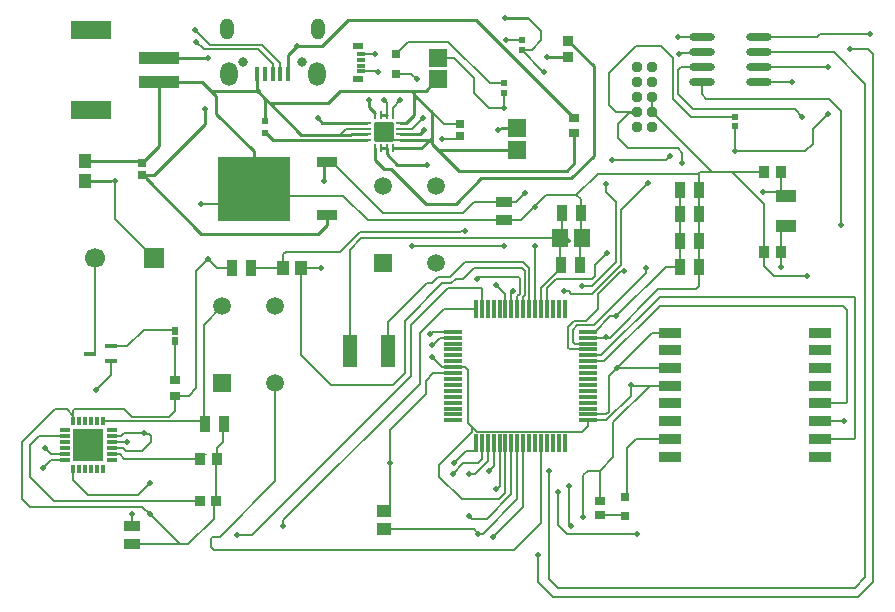
<source format=gtl>
G04*
G04 #@! TF.GenerationSoftware,Altium Limited,Altium Designer,21.1.1 (26)*
G04*
G04 Layer_Physical_Order=1*
G04 Layer_Color=255*
%FSLAX25Y25*%
%MOIN*%
G70*
G04*
G04 #@! TF.SameCoordinates,BDA2E955-75C2-487D-9455-DF565B8534AD*
G04*
G04*
G04 #@! TF.FilePolarity,Positive*
G04*
G01*
G75*
%ADD13C,0.00600*%
%ADD15C,0.01000*%
%ADD17R,0.03347X0.03740*%
%ADD18R,0.03740X0.05315*%
%ADD19R,0.03740X0.04134*%
%ADD20R,0.01378X0.03150*%
%ADD21R,0.03347X0.01378*%
%ADD22R,0.10236X0.10630*%
%ADD23R,0.02362X0.01968*%
%ADD24R,0.07087X0.03937*%
%ADD25R,0.05315X0.03740*%
%ADD26R,0.04921X0.03937*%
%ADD27O,0.08661X0.02362*%
%ADD28R,0.04473X0.01775*%
%ADD29R,0.02362X0.02559*%
%ADD30R,0.03740X0.02756*%
%ADD31R,0.03150X0.03150*%
%ADD32R,0.03197X0.02985*%
%ADD33R,0.05512X0.05906*%
%ADD34R,0.07677X0.03740*%
%ADD35R,0.05906X0.01181*%
%ADD36R,0.01181X0.05906*%
%ADD37R,0.02648X0.02816*%
%ADD38R,0.01772X0.05118*%
%ADD39R,0.02913X0.03071*%
%ADD40R,0.06102X0.05906*%
%ADD41R,0.03150X0.01181*%
%ADD42R,0.03543X0.02362*%
G04:AMPARAMS|DCode=43|XSize=9.84mil|YSize=23.62mil|CornerRadius=1.97mil|HoleSize=0mil|Usage=FLASHONLY|Rotation=180.000|XOffset=0mil|YOffset=0mil|HoleType=Round|Shape=RoundedRectangle|*
%AMROUNDEDRECTD43*
21,1,0.00984,0.01968,0,0,180.0*
21,1,0.00591,0.02362,0,0,180.0*
1,1,0.00394,-0.00295,0.00984*
1,1,0.00394,0.00295,0.00984*
1,1,0.00394,0.00295,-0.00984*
1,1,0.00394,-0.00295,-0.00984*
%
%ADD43ROUNDEDRECTD43*%
G04:AMPARAMS|DCode=44|XSize=9.84mil|YSize=23.62mil|CornerRadius=1.97mil|HoleSize=0mil|Usage=FLASHONLY|Rotation=90.000|XOffset=0mil|YOffset=0mil|HoleType=Round|Shape=RoundedRectangle|*
%AMROUNDEDRECTD44*
21,1,0.00984,0.01968,0,0,90.0*
21,1,0.00591,0.02362,0,0,90.0*
1,1,0.00394,0.00984,0.00295*
1,1,0.00394,0.00984,-0.00295*
1,1,0.00394,-0.00984,-0.00295*
1,1,0.00394,-0.00984,0.00295*
%
%ADD44ROUNDEDRECTD44*%
%ADD45R,0.03788X0.03681*%
%ADD46R,0.02165X0.02362*%
%ADD47R,0.03985X0.04560*%
%ADD48R,0.01860X0.02029*%
%ADD49R,0.13386X0.05906*%
%ADD50R,0.13780X0.03937*%
%ADD51R,0.07087X0.03543*%
%ADD52R,0.24410X0.21457*%
%ADD53R,0.04528X0.10630*%
%ADD54R,0.03937X0.04921*%
%ADD81C,0.06693*%
%ADD82R,0.06693X0.06693*%
G04:AMPARAMS|DCode=90|XSize=66.93mil|YSize=66.93mil|CornerRadius=2.01mil|HoleSize=0mil|Usage=FLASHONLY|Rotation=90.000|XOffset=0mil|YOffset=0mil|HoleType=Round|Shape=RoundedRectangle|*
%AMROUNDEDRECTD90*
21,1,0.06693,0.06291,0,0,90.0*
21,1,0.06291,0.06693,0,0,90.0*
1,1,0.00402,0.03146,0.03146*
1,1,0.00402,0.03146,-0.03146*
1,1,0.00402,-0.03146,-0.03146*
1,1,0.00402,-0.03146,0.03146*
%
%ADD90ROUNDEDRECTD90*%
%ADD91O,0.05709X0.07874*%
%ADD92O,0.04528X0.07087*%
%ADD93C,0.03150*%
%ADD94C,0.03700*%
%ADD95C,0.05906*%
%ADD96R,0.05906X0.05906*%
%ADD97C,0.01968*%
D13*
X263850Y429350D02*
X272252Y437751D01*
X285941Y390295D02*
X293295D01*
X344646Y445500D02*
X346216Y447070D01*
X134000Y321350D02*
X150150D01*
X152850D01*
X140000Y331500D02*
X150150Y321350D01*
X276760Y413272D02*
Y423500D01*
X158000Y361500D02*
Y394653D01*
X300500Y374500D02*
X300736Y374264D01*
X306736D01*
X223458Y456101D02*
X223512Y456047D01*
X219969Y457032D02*
X220899Y456101D01*
X223458D01*
X164500Y355500D02*
Y361110D01*
X164890Y361500D01*
X162500Y350000D02*
Y353500D01*
X164500Y355500D01*
X131500Y358500D02*
X138000D01*
X138262Y358238D02*
X139762D01*
X138000Y358500D02*
X138262Y358238D01*
X139762D02*
X140500Y357500D01*
Y355500D02*
Y357500D01*
X161500Y319500D02*
X261500D01*
X114579Y364261D02*
Y366148D01*
Y362374D02*
Y364261D01*
X137500Y334000D02*
X140000Y331500D01*
X97500Y336500D02*
X100000Y334000D01*
X137500D01*
X97500Y336500D02*
Y355500D01*
X108500Y366500D01*
X112340D01*
X114579Y364261D01*
X133965Y364000D02*
X146500D01*
X148500Y366000D01*
X114579Y366148D02*
X114930Y366500D01*
X131465D01*
X133965Y364000D01*
X148500Y366000D02*
Y371000D01*
X161500Y335500D02*
X162000Y336000D01*
X161500Y330000D02*
Y335500D01*
X163500Y324000D02*
X181858Y342358D01*
X161000Y324000D02*
X163500D01*
X160500Y323500D02*
X161000Y324000D01*
X160500Y320500D02*
Y323500D01*
Y320500D02*
X161500Y319500D01*
X181858Y342358D02*
Y375205D01*
X152850Y321350D02*
X161500Y330000D01*
X134000Y327650D02*
Y331500D01*
X131500Y350000D02*
X156791D01*
X129953Y351547D02*
X131500Y350000D01*
X127276Y351547D02*
X129953D01*
X127276Y357453D02*
X130453D01*
X131500Y358500D01*
X132000Y352500D02*
X137500D01*
X130984Y353516D02*
X132000Y352500D01*
X127276Y353516D02*
X130984D01*
X132484Y355484D02*
X132500Y355500D01*
X127276Y355484D02*
X132484D01*
X137563Y444500D02*
X138657Y443406D01*
X137500Y444563D02*
X137563Y444500D01*
X266000Y497000D02*
X270500Y492500D01*
Y489500D02*
Y492500D01*
X264000Y486327D02*
X267327D01*
X270500Y489500D01*
X218000Y326500D02*
X248000D01*
X249500Y325000D01*
X218000Y332405D02*
X218332D01*
X220000Y334074D01*
Y348500D01*
X190500Y384500D02*
X200500Y374500D01*
X190500Y384500D02*
Y413500D01*
X200500Y374500D02*
X221000D01*
X225000Y378500D01*
Y396000D01*
X237500Y408500D01*
X240500D01*
X242000Y410000D02*
X244500D01*
X240500Y408500D02*
X242000Y410000D01*
X232500Y408500D02*
X234000D01*
X240000Y410500D02*
X245000Y415500D01*
X234000Y408500D02*
X236000Y410500D01*
X240000D01*
X244500Y410000D02*
X248000Y413500D01*
X264000D01*
X265000Y412500D01*
Y404500D02*
Y412500D01*
X264484Y399941D02*
Y403984D01*
X265000Y404500D01*
X262516Y404016D02*
X263500Y405000D01*
Y410000D01*
X263000Y410500D02*
X263500Y410000D01*
X268461Y420961D02*
X268500Y421000D01*
X268421Y420921D02*
X268461Y420961D01*
X268421Y399941D02*
Y420921D01*
X285500Y396000D02*
X289500Y400000D01*
X300500Y371000D02*
Y374500D01*
X292236Y362736D02*
X300500Y371000D01*
X285941Y362736D02*
X292236D01*
X285941Y364705D02*
X292205D01*
X293000Y365500D01*
Y377500D01*
X295669Y380169D01*
X342949Y490500D02*
X362472D01*
X363472Y491500D01*
X380000D01*
X361000Y455000D02*
Y460000D01*
X366000Y465000D01*
X370500Y428000D02*
Y466000D01*
X325500Y470000D02*
X366500D01*
X370500Y466000D01*
X358500Y452500D02*
X361000Y455000D01*
X335000Y452500D02*
X358500D01*
X284500Y330500D02*
Y344500D01*
X286000Y346000D01*
X290000D01*
X324051Y471449D02*
X325500Y470000D01*
X324051Y471449D02*
Y475500D01*
X316500Y485000D02*
X316750Y485250D01*
X316000Y490500D02*
X324051D01*
X355000Y466500D02*
X357500Y464000D01*
X316000Y471500D02*
Y479500D01*
X323801Y485250D02*
X324051Y485500D01*
X321000Y466500D02*
X355000D01*
X316750Y485250D02*
X323801D01*
X317000Y480500D02*
X324051D01*
X316000Y479500D02*
X317000Y480500D01*
X316000Y471500D02*
X321000Y466500D01*
X342949Y480500D02*
X366000D01*
X342949Y475500D02*
X354000D01*
X379500Y486500D02*
X381000Y485000D01*
X373500Y486500D02*
X379500D01*
X376000Y304000D02*
X381000Y309000D01*
Y485000D01*
X274500Y304000D02*
X376000D01*
X269500Y309000D02*
X274500Y304000D01*
X269500Y309000D02*
Y318000D01*
X252500Y330000D02*
X260547Y338047D01*
X247500Y330000D02*
X252500D01*
X260547Y338047D02*
Y355059D01*
X262516Y336516D02*
Y355059D01*
X251000Y325000D02*
X262516Y336516D01*
X249500Y325000D02*
X251000D01*
X285941Y360941D02*
Y362500D01*
X258579Y338579D02*
Y355059D01*
X244000Y336500D02*
X256500D01*
X258579Y338579D01*
X363547Y362500D02*
X371500D01*
X375000Y307000D02*
X378500Y310500D01*
Y475000D01*
X368000Y485500D02*
X378500Y475000D01*
X246500Y331000D02*
X247500Y330000D01*
X342949Y485500D02*
X368000D01*
X276000Y307000D02*
X375000D01*
X273000Y310000D02*
X276000Y307000D01*
X273000Y310000D02*
Y346000D01*
X253000D02*
X254642Y347642D01*
Y355059D01*
X279719Y328281D02*
X280500Y327500D01*
X279719Y328281D02*
Y340781D01*
X276232Y327768D02*
Y338768D01*
X279000Y325000D02*
X302500D01*
X276232Y327768D02*
X279000Y325000D01*
X276000Y339000D02*
X276232Y338768D01*
X246500Y345000D02*
X248500D01*
X252673Y349173D02*
Y355059D01*
X248500Y345000D02*
X252673Y349173D01*
X241000Y345000D02*
X244500Y348500D01*
X249500D01*
X250705Y349705D01*
X363500Y356547D02*
X374648D01*
X375000Y356899D02*
Y403649D01*
X310000Y404000D02*
X374648D01*
X375000Y403649D01*
X374648Y356547D02*
X375000Y356899D01*
X372148Y368358D02*
X372500Y368710D01*
X363500Y368358D02*
X372148D01*
X371000Y401000D02*
X372500Y399500D01*
Y368710D02*
Y399500D01*
X363500Y362453D02*
X363547Y362500D01*
X250705Y349705D02*
Y355059D01*
X227500Y421000D02*
X258000D01*
X241500Y348500D02*
X245406Y352406D01*
X248736Y352697D02*
Y355059D01*
X248446Y352406D02*
X248736Y352697D01*
X245406Y352406D02*
X248446D01*
X299750Y465250D02*
X302250D01*
X296000Y461500D02*
X299750Y465250D01*
X302250D02*
X302500Y465500D01*
X296000Y457000D02*
Y461500D01*
X299500Y453500D02*
X316000D01*
X296000Y457000D02*
X299500Y453500D01*
X317500Y448500D02*
Y452000D01*
X316000Y453500D02*
X317500Y452000D01*
X297000Y433000D02*
X306000Y442000D01*
X297000Y414500D02*
Y433000D01*
X287500Y405000D02*
X297000Y414500D01*
X280500Y405000D02*
X287500D01*
X279762Y405738D02*
X280500Y405000D01*
X278000Y406000D02*
X278262Y405738D01*
X279762D01*
X249500Y410500D02*
X263000D01*
X249000Y410000D02*
X249500Y410500D01*
X262516Y399941D02*
Y404016D01*
X312000Y414000D02*
X316850D01*
X295500Y397500D02*
X312000Y414000D01*
X292000Y439000D02*
Y441500D01*
Y439000D02*
X295500Y435500D01*
X287500Y407500D02*
X295500Y415500D01*
Y435500D01*
X284000Y407500D02*
X287500D01*
X260547Y405547D02*
X261000Y406000D01*
X255500Y408000D02*
X258579Y404921D01*
Y399941D02*
Y404921D01*
X260547Y399941D02*
Y405547D01*
X312000Y449500D02*
X313500Y451000D01*
X294000Y449500D02*
X312000D01*
X288500Y411000D02*
Y414500D01*
X292500Y418500D01*
X287500Y410000D02*
X288500Y411000D01*
X275500Y410000D02*
X287500D01*
X272358Y406858D02*
X275500Y410000D01*
X272358Y399941D02*
Y406858D01*
X243500Y425500D02*
X243738Y425738D01*
X244738D02*
X245000Y426000D01*
X243738Y425738D02*
X244738D01*
X210000Y425500D02*
X243500D01*
X203500Y419000D02*
X210000Y425500D01*
X185500Y419000D02*
X203500D01*
X184594Y418094D02*
X185500Y419000D01*
X184594Y413500D02*
Y418094D01*
X255500Y339870D02*
X256610Y340981D01*
Y355059D01*
X293000Y468000D02*
X295500Y465500D01*
X302500D01*
X293000Y468000D02*
Y478500D01*
X302000Y487500D01*
X310500D01*
X314500Y483500D01*
Y470000D02*
Y483500D01*
Y470000D02*
X320519Y463981D01*
X335000D01*
Y452500D02*
Y461000D01*
X307500Y465500D02*
Y470500D01*
X323298Y445500D02*
X327500D01*
X334000D01*
X307500Y465500D02*
X327500Y445500D01*
X262150Y435650D02*
X265000Y438500D01*
X258000Y435650D02*
X262150D01*
X177500Y488000D02*
X183559Y481941D01*
Y478083D02*
Y481941D01*
X160000Y488000D02*
X177500D01*
X155000Y493000D02*
X160000Y488000D01*
X181000Y478083D02*
Y481500D01*
X176000Y486500D02*
X181000Y481500D01*
X155500Y489000D02*
X158000Y486500D01*
X176000D01*
X288000Y394500D02*
X305500Y412000D01*
Y413500D01*
X282500Y394500D02*
X288000D01*
X281000Y393000D02*
X282500Y394500D01*
X281000Y389000D02*
Y393000D01*
X281673Y388327D02*
X285941D01*
X281000Y389000D02*
X281673Y388327D01*
X279500Y387000D02*
Y394000D01*
X281500Y396000D01*
X279500Y387000D02*
X280000Y386500D01*
X285799D01*
X297000Y412500D02*
X298000D01*
X289500Y405000D02*
X297000Y412500D01*
X289500Y400000D02*
Y405000D01*
X281500Y396000D02*
X285500D01*
X285799Y386500D02*
X285941Y386358D01*
X322000Y406500D02*
X323150Y407650D01*
Y414000D01*
X309500Y406500D02*
X322000D01*
X293295Y390295D02*
X309500Y406500D01*
X247500Y360500D02*
X249000Y359000D01*
X246000Y362000D02*
X247500Y360500D01*
Y359000D02*
Y360500D01*
X236500Y348000D02*
X247500Y359000D01*
X236500Y344000D02*
Y348000D01*
Y344000D02*
X244000Y336500D01*
X249000Y359000D02*
X284000D01*
X241059Y380453D02*
X245047D01*
X246000Y379500D01*
Y362000D02*
Y379500D01*
X284000Y359000D02*
X285941Y360941D01*
X122000Y373000D02*
X126988Y377988D01*
Y382441D01*
X264484Y333984D02*
Y355059D01*
X254500Y324000D02*
X264484Y333984D01*
X270390Y328390D02*
Y355059D01*
X261500Y319500D02*
X270390Y328390D01*
X350354Y439067D02*
X350421Y439000D01*
X352000Y437421D01*
X344500Y439000D02*
X350421D01*
X350500Y414000D02*
Y419000D01*
X234500Y388000D02*
X236795Y390295D01*
X234000Y388000D02*
X234500D01*
X236795Y390295D02*
X241059D01*
X234264Y392264D02*
X241059D01*
X233500Y391500D02*
X234264Y392264D01*
X293539Y397500D02*
X295500D01*
X285941Y392264D02*
X288303D01*
X293539Y397500D01*
X237547Y380453D02*
X241059D01*
X234000Y384000D02*
X237547Y380453D01*
X220000Y348500D02*
Y359500D01*
X232000Y371500D01*
Y375968D01*
X234516Y378484D01*
X241059D01*
X184500Y327500D02*
Y329500D01*
X230000Y375000D01*
Y392000D01*
X237941Y399941D02*
X248736D01*
X230000Y392000D02*
X237941Y399941D01*
X107079Y349579D02*
X111724D01*
X104500Y347000D02*
X107079Y349579D01*
X169000Y324500D02*
X174000D01*
X227000Y377500D01*
Y394500D01*
X250353Y407000D02*
X250705Y406648D01*
X239500Y407000D02*
X250353D01*
X250705Y399941D02*
Y406648D01*
X227000Y394500D02*
X239500Y407000D01*
X105000Y353500D02*
X106953Y351547D01*
X111724D01*
X137500Y352500D02*
X140500Y355500D01*
X136000Y338000D02*
X140000Y342000D01*
X119500Y338000D02*
X136000D01*
X114579Y342921D02*
X119500Y338000D01*
X114579Y342921D02*
Y346626D01*
X103000Y357500D02*
X111677D01*
X108000Y336000D02*
X156685D01*
X100000Y354500D02*
X103000Y357500D01*
X100000Y344000D02*
Y354500D01*
Y344000D02*
X108000Y336000D01*
X111677Y357500D02*
X111724Y357453D01*
X162000Y336000D02*
Y349500D01*
X162500Y350000D01*
X158599Y351547D02*
X158646Y351500D01*
X157126Y362374D02*
X158000Y361500D01*
X124421Y362374D02*
X157126D01*
X158000Y394653D02*
X164142Y400795D01*
X121227Y385000D02*
X121815Y385587D01*
Y417000D01*
X120000Y385000D02*
X121227D01*
X128500Y430000D02*
X141500Y417000D01*
X128500Y430000D02*
Y442500D01*
X155500Y412500D02*
X159500Y416500D01*
X155500Y373500D02*
Y412500D01*
X153000Y371000D02*
X155500Y373500D01*
X148500Y371000D02*
X153000D01*
X148500Y376315D02*
Y389327D01*
X138000Y393000D02*
X148173D01*
X148500Y392673D01*
X132559Y387559D02*
X138000Y393000D01*
X126988Y387559D02*
X132559D01*
X295669Y380169D02*
X307480Y391980D01*
X295669Y380169D02*
X313500D01*
X307480Y391980D02*
X313500D01*
X344791Y414209D02*
X348000Y411000D01*
X344791Y414209D02*
Y419000D01*
X348000Y411000D02*
X359000D01*
X290000Y335969D02*
Y346000D01*
Y331032D02*
X298220D01*
X298500Y330752D01*
X290000Y346000D02*
X294500Y350500D01*
Y362028D01*
X306736Y374264D01*
X313500D01*
X334000Y445500D02*
X344646D01*
X334000D02*
X344791Y434709D01*
Y419000D02*
Y434709D01*
X322798Y445000D02*
X323150Y444649D01*
X322798Y445000D02*
X323298Y445500D01*
X323150Y439500D02*
Y444649D01*
X289497Y445000D02*
X322798D01*
X282248Y437751D02*
X289497Y445000D01*
X323150Y431500D02*
Y439500D01*
Y422500D02*
Y431500D01*
Y414000D02*
Y422500D01*
X316850Y431500D02*
Y439500D01*
Y422500D02*
Y431500D01*
Y414000D02*
Y422500D01*
X169626Y435000D02*
X174626Y440000D01*
X157000Y435000D02*
X169626D01*
X159500Y416500D02*
X162500Y413500D01*
X167350D01*
X173650D02*
X184594D01*
X190500D02*
X197000D01*
X258000Y429350D02*
X263850D01*
X282248Y437751D02*
X283650Y436350D01*
X272252Y437751D02*
X282248D01*
X283650Y432000D02*
Y436350D01*
X177126Y437500D02*
X204500D01*
X174626Y440000D02*
X177126Y437500D01*
X212650Y429350D02*
X258000D01*
X204500Y437500D02*
X212650Y429350D01*
X199035Y448976D02*
X200807D01*
X217783Y432000D01*
X244500D01*
X248150Y435650D02*
X258000D01*
X244500Y432000D02*
X248150Y435650D01*
X270390Y399941D02*
Y406902D01*
X276760Y413272D01*
X210500Y423500D02*
X276760D01*
X206602Y419602D02*
X210500Y423500D01*
X283650Y424091D02*
X284240Y423500D01*
X283650Y424091D02*
Y432000D01*
X283500Y414500D02*
Y422760D01*
X284240Y423500D01*
X276760D02*
X277350Y424090D01*
Y432000D01*
X206602Y386000D02*
Y419602D01*
X219398Y386000D02*
Y395398D01*
X232500Y408500D01*
X245000Y415500D02*
X264500D01*
X266453Y413547D01*
Y399941D02*
Y413547D01*
X350354Y439067D02*
Y445500D01*
X350500Y426079D02*
X352000Y427579D01*
X350500Y419000D02*
Y426079D01*
X285941Y382421D02*
X291500D01*
X310079Y401000D01*
X285941Y384390D02*
X290390D01*
X310079Y401000D02*
X371000D01*
X279390Y423091D02*
X279980Y422500D01*
X279240Y421760D02*
X279980Y422500D01*
X290390Y384390D02*
X310000Y404000D01*
X285941Y362736D02*
X286177Y362500D01*
X298500Y337248D02*
X299000Y337748D01*
Y353500D01*
X302047Y356547D02*
X313500D01*
X299000Y353500D02*
X302047Y356547D01*
X198000Y447941D02*
X199035Y448976D01*
X127000Y442500D02*
X128500D01*
X127000Y442500D02*
X127000Y442500D01*
X199000Y430988D02*
X199035Y431024D01*
X138657Y443406D02*
X138735D01*
X136988Y449012D02*
X137500Y448500D01*
Y448579D01*
X203500Y458000D02*
X205484Y459984D01*
X212488D01*
X178500Y458531D02*
X178697D01*
X143083Y483437D02*
X143146Y483500D01*
X227444Y459984D02*
X231057Y463597D01*
X223512Y459984D02*
X227444D01*
X227248Y478252D02*
X229000Y476500D01*
X222000Y478252D02*
X227248D01*
X226252Y489000D02*
X239500D01*
X222000Y484748D02*
X226252Y489000D01*
X253327Y475173D02*
X258000D01*
X239500Y489000D02*
X253327Y475173D01*
X241457Y483543D02*
X248000Y477000D01*
X236000Y483543D02*
X241457D01*
X248000Y472000D02*
Y477000D01*
Y472000D02*
X253000Y467000D01*
X236000Y483543D02*
X238043Y481500D01*
X253000Y467000D02*
X258000D01*
X235902Y476457D02*
X236000D01*
X238116Y461384D02*
X243500D01*
X234000Y465500D02*
X238116Y461384D01*
X210516Y479016D02*
X215984D01*
X210500Y479031D02*
X210516Y479016D01*
X215984D02*
X216000Y479000D01*
X223500Y469500D02*
X224000Y470000D01*
X220953Y466953D02*
X223500Y469500D01*
X242476Y456508D02*
X243500Y457531D01*
X242384Y456500D02*
X242392Y456508D01*
X237500Y456500D02*
X242384D01*
X243500Y457531D02*
Y457616D01*
X242392Y456508D02*
X242476D01*
X218000Y469468D02*
Y469500D01*
Y469468D02*
X218984Y468484D01*
X220953Y464512D02*
Y466953D01*
Y464512D02*
X221000Y464559D01*
X218984Y464512D02*
Y468484D01*
X214968Y484969D02*
X215000Y485000D01*
X210531Y484969D02*
X214968D01*
X210500Y484937D02*
X210531Y484969D01*
X258827Y489673D02*
X264000D01*
X258500Y490000D02*
X258827Y489673D01*
X264000Y486228D02*
Y486327D01*
X271228Y479000D02*
X271500D01*
X264000Y486228D02*
X271228Y479000D01*
X258000Y467000D02*
Y471827D01*
X232953Y456047D02*
X233000Y456000D01*
X228000Y471000D02*
X228500D01*
X215047Y464512D02*
Y465201D01*
X256370Y459500D02*
X256957Y460087D01*
X256000Y459500D02*
X256370D01*
X272500Y484000D02*
X272817Y483683D01*
X279500Y489317D02*
X279553D01*
X281394Y463468D02*
X281500D01*
X207000Y458000D02*
X207016Y458016D01*
D15*
X227500Y472500D02*
X231945D01*
X186118Y484600D02*
X189018Y487500D01*
X232673Y435000D02*
X242000D01*
X232000D02*
X232673D01*
X143146Y483500D02*
X156000D01*
X159500D01*
X137563Y444500D02*
X141500D01*
X158500Y461500D02*
Y466500D01*
X141500Y444500D02*
X158500Y461500D01*
X258500Y497000D02*
X266000D01*
X189018Y487500D02*
X197500D01*
X206149Y496148D01*
X248714D01*
X198000Y442500D02*
Y447941D01*
X118500Y442500D02*
X127000D01*
X199000Y428000D02*
Y430988D01*
X196000Y425000D02*
X199000Y428000D01*
X138735Y443406D02*
X157142Y425000D01*
X196000D01*
X118500Y449012D02*
X136988D01*
X143083Y454161D02*
Y475563D01*
X137500Y448579D02*
X143083Y454161D01*
X160500Y472500D02*
X162000Y471000D01*
Y465000D02*
Y471000D01*
Y465000D02*
X174626Y452374D01*
Y440000D02*
Y452374D01*
X143083Y475563D02*
X157437D01*
X160500Y472500D01*
X176000D01*
X196000Y463500D02*
X197547Y461953D01*
X212488D01*
X203500Y458000D02*
X207000D01*
X190500D02*
X203500D01*
X178500Y470000D02*
X180000Y468500D01*
X175882Y472618D02*
X176000Y472500D01*
X178500Y470000D01*
Y462468D02*
Y470000D01*
X181181Y456047D02*
X212488D01*
X178697Y458531D02*
X181181Y456047D01*
X231945Y472500D02*
X235902Y476457D01*
X217016Y464512D02*
X218984D01*
X213000Y467248D02*
Y469500D01*
Y467248D02*
X215047Y465201D01*
X230016Y458016D02*
X231500Y459500D01*
X223512Y458016D02*
X230016D01*
X233000Y456000D02*
X234000Y457000D01*
X230488Y453488D02*
X233000Y456000D01*
X223512Y456047D02*
X232953D01*
X234000Y455000D02*
Y457000D01*
Y455000D02*
X236000Y453000D01*
X228000Y471000D02*
Y472000D01*
Y464500D02*
Y471000D01*
X228500D02*
X234000Y465500D01*
Y457000D02*
Y465500D01*
X220953Y453488D02*
X230488D01*
X220500Y446500D02*
X232000Y435000D01*
X218000Y446500D02*
X220500D01*
X215047Y449453D02*
X218000Y446500D01*
X215047Y449453D02*
Y453488D01*
X236000Y453000D02*
X262500D01*
X236000D02*
X243000Y446000D01*
X256957Y460087D02*
X262500D01*
X218984Y451387D02*
X222372Y448000D01*
X218984Y451387D02*
Y453488D01*
X222372Y448000D02*
X232500D01*
X272817Y483683D02*
X279500D01*
X288000Y451000D02*
Y480870D01*
X279553Y489317D02*
X288000Y480870D01*
X280500Y443500D02*
X288000Y451000D01*
X250500Y443500D02*
X280500D01*
X242000Y435000D02*
X250500Y443500D01*
X243000Y446000D02*
X279000D01*
X281500Y448500D02*
Y458532D01*
X279000Y446000D02*
X281500Y448500D01*
X186118Y478083D02*
Y484600D01*
X248714Y496148D02*
X281394Y463468D01*
X180000Y468500D02*
X190500Y458000D01*
X180000Y468500D02*
X199500D01*
X175882Y472618D02*
Y478083D01*
X199500Y468500D02*
X203500Y472500D01*
X227500D01*
X228000Y472000D01*
X225453Y461953D02*
X228000Y464500D01*
X223512Y461953D02*
X225453D01*
X207016Y458016D02*
X212488D01*
X217016Y453488D02*
X218984D01*
D17*
X156685Y336000D02*
D03*
X162000D02*
D03*
D18*
X164890Y361500D02*
D03*
X158591D02*
D03*
X316850Y414000D02*
D03*
X323150D02*
D03*
X316850Y439500D02*
D03*
X323150D02*
D03*
X316850Y431500D02*
D03*
X323150D02*
D03*
X316850Y422500D02*
D03*
X323150D02*
D03*
X277201Y414500D02*
D03*
X283500D02*
D03*
X283650Y432000D02*
D03*
X277350D02*
D03*
X167350Y413500D02*
D03*
X173650D02*
D03*
D19*
X162500Y350000D02*
D03*
X156791D02*
D03*
X350500Y419000D02*
D03*
X344791D02*
D03*
X350354Y445500D02*
D03*
X344646D02*
D03*
D20*
X114579Y346626D02*
D03*
X116547D02*
D03*
X118516D02*
D03*
X120484D02*
D03*
X122453D02*
D03*
X124421D02*
D03*
Y362374D02*
D03*
X122453D02*
D03*
X120484D02*
D03*
X118516D02*
D03*
X116547D02*
D03*
X114579D02*
D03*
D21*
X127276Y349579D02*
D03*
Y351547D02*
D03*
Y353516D02*
D03*
Y355484D02*
D03*
Y357453D02*
D03*
Y359421D02*
D03*
X111724D02*
D03*
Y357453D02*
D03*
Y355484D02*
D03*
Y353516D02*
D03*
Y351547D02*
D03*
Y349579D02*
D03*
D22*
X119500Y354500D02*
D03*
D23*
X178500Y462468D02*
D03*
Y458531D02*
D03*
D24*
X352000Y427579D02*
D03*
Y437421D02*
D03*
D25*
X134000Y321350D02*
D03*
Y327650D02*
D03*
X258000Y429350D02*
D03*
Y435650D02*
D03*
D26*
X218000Y326500D02*
D03*
Y332405D02*
D03*
D27*
X342949Y475500D02*
D03*
Y480500D02*
D03*
Y485500D02*
D03*
Y490500D02*
D03*
X324051Y475500D02*
D03*
Y480500D02*
D03*
Y485500D02*
D03*
Y490500D02*
D03*
D28*
X120000Y385000D02*
D03*
X126988Y387559D02*
D03*
Y382441D02*
D03*
D29*
X148500Y392673D02*
D03*
Y389327D02*
D03*
D30*
Y371000D02*
D03*
Y376315D02*
D03*
D31*
X298500Y330752D02*
D03*
Y337248D02*
D03*
X222000Y478252D02*
D03*
Y484748D02*
D03*
D32*
X290000Y331032D02*
D03*
Y335969D02*
D03*
X281500Y458532D02*
D03*
Y463468D02*
D03*
D33*
X284240Y423500D02*
D03*
X276760D02*
D03*
D34*
X313500Y374264D02*
D03*
Y380169D02*
D03*
Y350642D02*
D03*
Y356547D02*
D03*
Y362453D02*
D03*
Y368358D02*
D03*
Y386075D02*
D03*
Y391980D02*
D03*
X363500D02*
D03*
Y386075D02*
D03*
Y380169D02*
D03*
Y374264D02*
D03*
Y368358D02*
D03*
Y362453D02*
D03*
Y356547D02*
D03*
Y350642D02*
D03*
D35*
X241059Y392264D02*
D03*
Y390295D02*
D03*
Y388327D02*
D03*
Y386358D02*
D03*
Y384390D02*
D03*
Y382421D02*
D03*
Y380453D02*
D03*
Y378484D02*
D03*
Y376516D02*
D03*
Y374547D02*
D03*
Y372579D02*
D03*
Y370610D02*
D03*
Y368642D02*
D03*
Y366673D02*
D03*
Y364705D02*
D03*
Y362736D02*
D03*
X285941D02*
D03*
Y364705D02*
D03*
Y366673D02*
D03*
Y368642D02*
D03*
Y370610D02*
D03*
Y372579D02*
D03*
Y374547D02*
D03*
Y376516D02*
D03*
Y378484D02*
D03*
Y380453D02*
D03*
Y382421D02*
D03*
Y384390D02*
D03*
Y386358D02*
D03*
Y388327D02*
D03*
Y390295D02*
D03*
Y392264D02*
D03*
D36*
X248736Y355059D02*
D03*
X250705D02*
D03*
X252673D02*
D03*
X254642D02*
D03*
X256610D02*
D03*
X258579D02*
D03*
X260547D02*
D03*
X262516D02*
D03*
X264484D02*
D03*
X266453D02*
D03*
X268421D02*
D03*
X270390D02*
D03*
X272358D02*
D03*
X274327D02*
D03*
X276295D02*
D03*
X278264D02*
D03*
Y399941D02*
D03*
X276295D02*
D03*
X274327D02*
D03*
X272358D02*
D03*
X270390D02*
D03*
X268421D02*
D03*
X266453D02*
D03*
X264484D02*
D03*
X262516D02*
D03*
X260547D02*
D03*
X258579D02*
D03*
X256610D02*
D03*
X254642D02*
D03*
X252673D02*
D03*
X250705D02*
D03*
X248736D02*
D03*
D37*
X243500Y461384D02*
D03*
Y457616D02*
D03*
D38*
X186118Y478083D02*
D03*
X175882D02*
D03*
X183559D02*
D03*
X181000D02*
D03*
X178441D02*
D03*
D39*
X137500Y444642D02*
D03*
Y448500D02*
D03*
D40*
X262500Y460087D02*
D03*
Y453000D02*
D03*
X236000Y483543D02*
D03*
Y476457D02*
D03*
D41*
X210500Y479031D02*
D03*
Y481000D02*
D03*
Y482969D02*
D03*
Y484937D02*
D03*
D42*
X209516Y476472D02*
D03*
Y487496D02*
D03*
D43*
X215047Y453488D02*
D03*
X217016D02*
D03*
X218984D02*
D03*
X220953D02*
D03*
Y464512D02*
D03*
X218984D02*
D03*
X217016D02*
D03*
X215047D02*
D03*
D44*
X223512Y456047D02*
D03*
Y458016D02*
D03*
Y459984D02*
D03*
Y461953D02*
D03*
X212488D02*
D03*
Y459984D02*
D03*
Y458016D02*
D03*
Y456047D02*
D03*
D45*
X279500Y489317D02*
D03*
Y483683D02*
D03*
D46*
X264000Y489673D02*
D03*
Y486327D02*
D03*
X258000Y475173D02*
D03*
Y471827D02*
D03*
D47*
X118500Y449012D02*
D03*
Y442500D02*
D03*
D48*
X335000Y461000D02*
D03*
Y463981D02*
D03*
D49*
X120445Y466311D02*
D03*
Y492689D02*
D03*
D50*
X143083Y475563D02*
D03*
Y483437D02*
D03*
D51*
X199035Y431024D02*
D03*
Y448976D02*
D03*
D52*
X174626Y440000D02*
D03*
D53*
X219398Y386000D02*
D03*
X206602D02*
D03*
D54*
X184594Y413500D02*
D03*
X190500D02*
D03*
D81*
X121815Y417000D02*
D03*
D82*
X141500D02*
D03*
D90*
X218000Y459000D02*
D03*
D91*
X195665Y478083D02*
D03*
X166335D02*
D03*
D92*
X196256Y493043D02*
D03*
X165744D02*
D03*
D93*
X190843Y482217D02*
D03*
X171157D02*
D03*
D94*
X302500Y480500D02*
D03*
X307500D02*
D03*
X302500Y475500D02*
D03*
X307500D02*
D03*
X302539Y470500D02*
D03*
X307500D02*
D03*
X302500Y465500D02*
D03*
X307500D02*
D03*
X302500Y460500D02*
D03*
X307500D02*
D03*
D95*
X235358Y415205D02*
D03*
Y440795D02*
D03*
X217642D02*
D03*
X181858Y375205D02*
D03*
Y400795D02*
D03*
X164142D02*
D03*
D96*
X217642Y415205D02*
D03*
X164142Y375205D02*
D03*
D97*
X115563Y350563D02*
D03*
Y354500D02*
D03*
Y358437D02*
D03*
X119500Y350563D02*
D03*
Y354500D02*
D03*
Y358437D02*
D03*
X123437Y350563D02*
D03*
Y354500D02*
D03*
Y358437D02*
D03*
X138000Y358500D02*
D03*
X140000Y331500D02*
D03*
X134000D02*
D03*
X132484Y355484D02*
D03*
X158500Y466500D02*
D03*
X258500Y497000D02*
D03*
X268500Y434000D02*
D03*
X268461Y420961D02*
D03*
X292000Y390500D02*
D03*
X300500Y374500D02*
D03*
X380000Y491500D02*
D03*
X366000Y465000D02*
D03*
X370500Y428000D02*
D03*
X284500Y330500D02*
D03*
X357500Y464000D02*
D03*
X366000Y480500D02*
D03*
X316500Y485000D02*
D03*
X316000Y490500D02*
D03*
X354000Y475500D02*
D03*
X373500Y486500D02*
D03*
X269500Y318000D02*
D03*
X371500Y362500D02*
D03*
X249500Y325000D02*
D03*
X246500Y331000D02*
D03*
X273000Y346000D02*
D03*
X253000D02*
D03*
X280500Y327500D02*
D03*
X279719Y340781D02*
D03*
X276000Y339000D02*
D03*
X246500Y345000D02*
D03*
X302500Y325000D02*
D03*
X241000Y345000D02*
D03*
X258000Y421000D02*
D03*
X227500D02*
D03*
X241500Y348500D02*
D03*
X317500Y448500D02*
D03*
X306000Y442000D02*
D03*
X278000Y406000D02*
D03*
X249000Y410000D02*
D03*
X292000Y441500D02*
D03*
X284000Y407500D02*
D03*
X261000Y406000D02*
D03*
X255500Y408000D02*
D03*
X313500Y451000D02*
D03*
X294000Y449500D02*
D03*
X292500Y418500D02*
D03*
X245000Y426000D02*
D03*
X255500Y339870D02*
D03*
X335000Y452500D02*
D03*
X265000Y438500D02*
D03*
X155000Y493000D02*
D03*
X155500Y489000D02*
D03*
X159500Y483500D02*
D03*
X305500Y413500D02*
D03*
X298000Y412500D02*
D03*
X122000Y373000D02*
D03*
X254500Y324000D02*
D03*
X344500Y439000D02*
D03*
X350500Y414000D02*
D03*
X233500Y391500D02*
D03*
X234000Y388000D02*
D03*
X295500Y397500D02*
D03*
X234000Y384000D02*
D03*
X220000Y348500D02*
D03*
X184500Y327500D02*
D03*
X104500Y347000D02*
D03*
X169000Y324500D02*
D03*
X105000Y353500D02*
D03*
X159500Y416500D02*
D03*
X140000Y342000D02*
D03*
X295669Y380169D02*
D03*
X359000Y411000D02*
D03*
X157000Y435000D02*
D03*
X197000Y413500D02*
D03*
X198000Y442500D02*
D03*
X128500D02*
D03*
X189000Y487500D02*
D03*
X196000Y463500D02*
D03*
X231057Y463597D02*
D03*
X229000Y476500D02*
D03*
X216000Y479000D02*
D03*
X237500Y456500D02*
D03*
X218000Y469468D02*
D03*
X223500Y469500D02*
D03*
X213000D02*
D03*
X215000Y485000D02*
D03*
X258827Y489673D02*
D03*
X271500Y479000D02*
D03*
X258000Y467000D02*
D03*
X231500Y459500D02*
D03*
X256000D02*
D03*
X232500Y448000D02*
D03*
X176000Y472500D02*
D03*
X272500Y484000D02*
D03*
X218000Y459000D02*
D03*
X219969Y460969D02*
D03*
X216032D02*
D03*
Y457032D02*
D03*
X219969D02*
D03*
M02*

</source>
